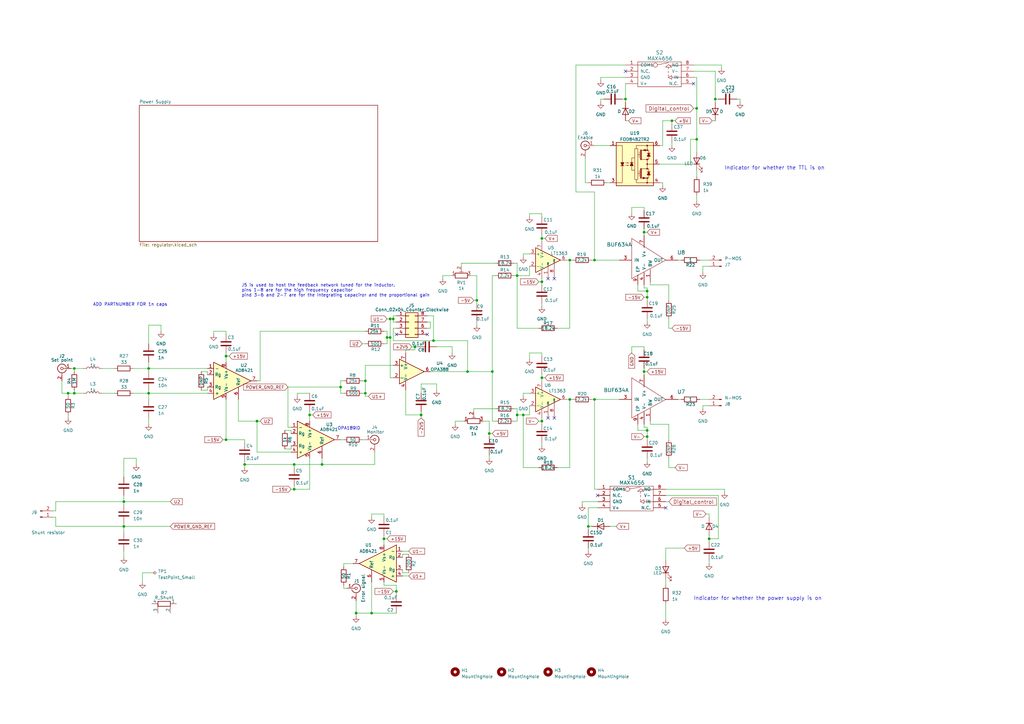
<source format=kicad_sch>
(kicad_sch (version 20230121) (generator eeschema)
  (paper "A3")
  (title_block (title "Schine Lab Circuit Combined") (date "2023-05-05") (rev "1") (comment 1 "By Jaden He"))
  (junction (at 158.75 138.43))
  (junction (at 264.16 152.4))
  (junction (at 161.29 130.81))
  (junction (at 222.25 172.72))
  (junction (at 293.37 40.64))
  (junction (at 212.09 113.03))
  (junction (at 222.25 154.94))
  (junction (at 105.41 172.72))
  (junction (at 243.84 106.68))
  (junction (at 160.02 138.43))
  (junction (at 265.43 119.38))
  (junction (at 152.4 251.46))
  (junction (at 149.86 156.21))
  (junction (at 214.63 170.18))
  (junction (at 265.43 176.53))
  (junction (at 170.18 142.24))
  (junction (at 285.75 44.45))
  (junction (at 157.48 220.98))
  (junction (at 275.59 49.53))
  (junction (at 201.93 152.4))
  (junction (at 191.77 152.4))
  (junction (at 290.83 220.98))
  (junction (at 30.48 161.29))
  (junction (at 92.71 180.34))
  (junction (at 27.94 161.29))
  (junction (at 100.33 190.5))
  (junction (at 162.56 242.57))
  (junction (at 132.08 190.5))
  (junction (at 256.54 40.64))
  (junction (at 92.71 146.05))
  (junction (at 200.66 177.8))
  (junction (at 50.8 205.74))
  (junction (at 241.3 215.9))
  (junction (at 265.43 179.07))
  (junction (at 233.68 106.68))
  (junction (at 172.72 170.18))
  (junction (at 50.8 215.9))
  (junction (at 120.65 190.5))
  (junction (at 177.8 139.7))
  (junction (at 149.86 161.29))
  (junction (at 222.25 115.57))
  (junction (at 233.68 163.83))
  (junction (at 60.96 161.29))
  (junction (at 60.96 151.13))
  (junction (at 195.58 123.19))
  (junction (at 120.65 200.66))
  (junction (at 146.05 251.46))
  (junction (at 265.43 121.92))
  (junction (at 264.16 95.25))
  (junction (at 243.84 163.83))
  (junction (at 160.02 130.81))
  (junction (at 139.7 158.75))
  (junction (at 222.25 97.79))
  (junction (at 285.75 57.15))
  (junction (at 30.48 151.13))
  (junction (at 127 170.18))
  (junction (at 212.09 170.18))
  (no_connect (at 175.26 137.16))
  (no_connect (at 284.48 34.29))
  (no_connect (at 162.56 137.16))
  (no_connect (at 256.54 29.21))
  (no_connect (at 227.33 114.3))
  (no_connect (at 245.11 203.2))
  (no_connect (at 273.05 208.28))
  (no_connect (at 224.79 114.3))
  (no_connect (at 227.33 171.45))
  (no_connect (at 224.79 171.45))
  (wire (pts (xy 161.29 132.08) (xy 162.56 132.08)))
  (wire (pts (xy 140.97 241.3) (xy 142.24 241.3)))
  (wire (pts (xy 140.97 231.14) (xy 144.78 231.14)))
  (wire (pts (xy 172.72 157.48) (xy 179.07 157.48)))
  (wire (pts (xy 158.75 130.81) (xy 160.02 130.81)))
  (wire (pts (xy 265.43 175.26) (xy 265.43 176.53)))
  (wire (pts (xy 264.16 175.26) (xy 265.43 175.26)))
  (wire (pts (xy 85.09 160.02) (xy 82.55 160.02)))
  (wire (pts (xy 165.1 234.95) (xy 165.1 233.68)))
  (wire (pts (xy 241.3 215.9) (xy 241.3 208.28)))
  (wire (pts (xy 152.4 251.46) (xy 162.56 251.46)))
  (wire (pts (xy 289.56 210.82) (xy 290.83 210.82)))
  (wire (pts (xy 233.68 106.68) (xy 233.68 134.62)))
  (wire (pts (xy 161.29 134.62) (xy 161.29 139.7)))
  (wire (pts (xy 265.43 179.07) (xy 265.43 180.34)))
  (wire (pts (xy 243.84 163.83) (xy 243.84 200.66)))
  (wire (pts (xy 27.94 161.29) (xy 25.4 161.29)))
  (wire (pts (xy 290.83 210.82) (xy 290.83 212.09)))
  (wire (pts (xy 60.96 148.59) (xy 60.96 151.13)))
  (wire (pts (xy 222.25 114.3) (xy 222.25 115.57)))
  (wire (pts (xy 275.59 49.53) (xy 275.59 50.8)))
  (wire (pts (xy 243.84 106.68) (xy 254 106.68)))
  (wire (pts (xy 233.68 163.83) (xy 234.95 163.83)))
  (wire (pts (xy 119.38 184.15) (xy 116.84 184.15)))
  (wire (pts (xy 287.02 163.83) (xy 290.83 163.83)))
  (wire (pts (xy 265.43 121.92) (xy 265.43 123.19)))
  (wire (pts (xy 214.63 162.56) (xy 214.63 161.29)))
  (wire (pts (xy 266.7 173.99) (xy 274.32 173.99)))
  (wire (pts (xy 177.8 139.7) (xy 191.77 139.7)))
  (wire (pts (xy 273.05 203.2) (xy 294.64 203.2)))
  (wire (pts (xy 274.32 134.62) (xy 274.32 130.81)))
  (wire (pts (xy 50.8 205.74) (xy 69.85 205.74)))
  (wire (pts (xy 60.96 161.29) (xy 60.96 163.83)))
  (wire (pts (xy 132.08 187.96) (xy 132.08 190.5)))
  (wire (pts (xy 270.51 67.31) (xy 283.21 67.31)))
  (wire (pts (xy 265.43 118.11) (xy 265.43 119.38)))
  (wire (pts (xy 290.83 229.87) (xy 290.83 231.14)))
  (wire (pts (xy 261.62 173.99) (xy 261.62 176.53)))
  (wire (pts (xy 146.05 246.38) (xy 146.05 251.46)))
  (wire (pts (xy 179.07 142.24) (xy 185.42 142.24)))
  (wire (pts (xy 243.84 78.74) (xy 236.22 78.74)))
  (wire (pts (xy 92.71 180.34) (xy 100.33 180.34)))
  (wire (pts (xy 139.7 161.29) (xy 140.97 161.29)))
  (wire (pts (xy 278.13 106.68) (xy 279.4 106.68)))
  (wire (pts (xy 166.37 170.18) (xy 166.37 160.02)))
  (wire (pts (xy 140.97 240.03) (xy 140.97 241.3)))
  (wire (pts (xy 212.09 107.95) (xy 212.09 113.03)))
  (wire (pts (xy 66.04 135.89) (xy 66.04 133.35)))
  (wire (pts (xy 238.76 205.74) (xy 238.76 207.01)))
  (wire (pts (xy 217.17 144.78) (xy 222.25 144.78)))
  (wire (pts (xy 214.63 191.77) (xy 220.98 191.77)))
  (wire (pts (xy 212.09 167.64) (xy 210.82 167.64)))
  (wire (pts (xy 236.22 26.67) (xy 256.54 26.67)))
  (wire (pts (xy 160.02 138.43) (xy 160.02 130.81)))
  (wire (pts (xy 87.63 137.16) (xy 87.63 135.89)))
  (wire (pts (xy 22.86 212.09) (xy 22.86 215.9)))
  (wire (pts (xy 161.29 149.86) (xy 149.86 149.86)))
  (wire (pts (xy 160.02 130.81) (xy 161.29 130.81)))
  (wire (pts (xy 21.59 212.09) (xy 22.86 212.09)))
  (wire (pts (xy 105.41 172.72) (xy 105.41 185.42)))
  (wire (pts (xy 246.38 40.64) (xy 247.65 40.64)))
  (wire (pts (xy 157.48 220.98) (xy 157.48 219.71)))
  (wire (pts (xy 222.25 96.52) (xy 222.25 97.79)))
  (wire (pts (xy 212.09 170.18) (xy 212.09 167.64)))
  (wire (pts (xy 127 168.91) (xy 127 170.18)))
  (wire (pts (xy 293.37 29.21) (xy 293.37 40.64)))
  (wire (pts (xy 191.77 152.4) (xy 201.93 152.4)))
  (wire (pts (xy 127 187.96) (xy 127 200.66)))
  (wire (pts (xy 294.64 203.2) (xy 294.64 220.98)))
  (wire (pts (xy 50.8 215.9) (xy 50.8 218.44)))
  (wire (pts (xy 152.4 210.82) (xy 152.4 212.09)))
  (wire (pts (xy 222.25 87.63) (xy 222.25 88.9)))
  (wire (pts (xy 222.25 154.94) (xy 223.52 154.94)))
  (wire (pts (xy 176.53 132.08) (xy 175.26 132.08)))
  (wire (pts (xy 222.25 97.79) (xy 222.25 99.06)))
  (wire (pts (xy 276.86 49.53) (xy 275.59 49.53)))
  (wire (pts (xy 261.62 176.53) (xy 265.43 176.53)))
  (wire (pts (xy 146.05 251.46) (xy 152.4 251.46)))
  (wire (pts (xy 119.38 177.8) (xy 119.38 176.53)))
  (wire (pts (xy 172.72 171.45) (xy 172.72 170.18)))
  (wire (pts (xy 100.33 189.23) (xy 100.33 190.5)))
  (wire (pts (xy 119.38 176.53) (xy 116.84 176.53)))
  (wire (pts (xy 161.29 139.7) (xy 177.8 139.7)))
  (wire (pts (xy 166.37 144.78) (xy 166.37 143.51)))
  (wire (pts (xy 87.63 135.89) (xy 92.71 135.89)))
  (wire (pts (xy 266.7 116.84) (xy 274.32 116.84)))
  (wire (pts (xy 241.3 215.9) (xy 241.3 217.17)))
  (wire (pts (xy 149.86 156.21) (xy 149.86 161.29)))
  (wire (pts (xy 210.82 107.95) (xy 212.09 107.95)))
  (wire (pts (xy 265.43 119.38) (xy 265.43 121.92)))
  (wire (pts (xy 284.48 29.21) (xy 293.37 29.21)))
  (wire (pts (xy 297.18 200.66) (xy 297.18 201.93)))
  (wire (pts (xy 193.04 113.03) (xy 195.58 113.03)))
  (wire (pts (xy 273.05 224.79) (xy 273.05 229.87)))
  (wire (pts (xy 256.54 49.53) (xy 257.81 49.53)))
  (wire (pts (xy 222.25 153.67) (xy 222.25 154.94)))
  (wire (pts (xy 212.09 134.62) (xy 220.98 134.62)))
  (wire (pts (xy 222.25 124.46) (xy 222.25 125.73)))
  (wire (pts (xy 165.1 234.95) (xy 167.64 234.95)))
  (wire (pts (xy 148.59 161.29) (xy 149.86 161.29)))
  (wire (pts (xy 232.41 106.68) (xy 233.68 106.68)))
  (wire (pts (xy 290.83 109.22) (xy 288.29 109.22)))
  (wire (pts (xy 22.86 215.9) (xy 50.8 215.9)))
  (wire (pts (xy 179.07 157.48) (xy 179.07 160.02)))
  (wire (pts (xy 21.59 209.55) (xy 22.86 209.55)))
  (wire (pts (xy 118.11 158.75) (xy 139.7 158.75)))
  (wire (pts (xy 220.98 172.72) (xy 222.25 172.72)))
  (wire (pts (xy 214.63 104.14) (xy 217.17 104.14)))
  (wire (pts (xy 166.37 143.51) (xy 170.18 143.51)))
  (wire (pts (xy 120.65 191.77) (xy 120.65 190.5)))
  (wire (pts (xy 97.79 172.72) (xy 105.41 172.72)))
  (wire (pts (xy 60.96 133.35) (xy 60.96 140.97)))
  (wire (pts (xy 30.48 151.13) (xy 30.48 152.4)))
  (wire (pts (xy 278.13 163.83) (xy 279.4 163.83)))
  (wire (pts (xy 264.16 116.84) (xy 264.16 118.11)))
  (wire (pts (xy 162.56 134.62) (xy 161.29 134.62)))
  (wire (pts (xy 293.37 40.64) (xy 294.64 40.64)))
  (wire (pts (xy 270.51 59.69) (xy 271.78 59.69)))
  (wire (pts (xy 284.48 44.45) (xy 285.75 44.45)))
  (wire (pts (xy 242.57 106.68) (xy 243.84 106.68)))
  (wire (pts (xy 167.64 227.33) (xy 165.1 227.33)))
  (wire (pts (xy 264.16 85.09) (xy 264.16 86.36)))
  (wire (pts (xy 132.08 190.5) (xy 153.67 190.5)))
  (wire (pts (xy 29.21 151.13) (xy 30.48 151.13)))
  (wire (pts (xy 149.86 162.56) (xy 151.13 162.56)))
  (wire (pts (xy 285.75 31.75) (xy 285.75 44.45)))
  (wire (pts (xy 120.65 199.39) (xy 120.65 200.66)))
  (wire (pts (xy 303.53 40.64) (xy 303.53 41.91)))
  (wire (pts (xy 160.02 138.43) (xy 158.75 138.43)))
  (wire (pts (xy 161.29 130.81) (xy 161.29 129.54)))
  (wire (pts (xy 232.41 163.83) (xy 233.68 163.83)))
  (wire (pts (xy 181.61 113.03) (xy 185.42 113.03)))
  (wire (pts (xy 152.4 210.82) (xy 157.48 210.82)))
  (wire (pts (xy 284.48 26.67) (xy 295.91 26.67)))
  (wire (pts (xy 248.92 74.93) (xy 250.19 74.93)))
  (wire (pts (xy 264.16 142.24) (xy 264.16 143.51)))
  (wire (pts (xy 149.86 161.29) (xy 149.86 162.56)))
  (wire (pts (xy 200.66 186.69) (xy 200.66 187.96)))
  (wire (pts (xy 201.93 152.4) (xy 201.93 113.03)))
  (wire (pts (xy 161.29 129.54) (xy 162.56 129.54)))
  (wire (pts (xy 30.48 151.13) (xy 34.29 151.13)))
  (wire (pts (xy 185.42 142.24) (xy 185.42 144.78)))
  (wire (pts (xy 217.17 166.37) (xy 217.17 170.18)))
  (wire (pts (xy 195.58 124.46) (xy 195.58 123.19)))
  (wire (pts (xy 275.59 134.62) (xy 274.32 134.62)))
  (wire (pts (xy 148.59 140.97) (xy 149.86 140.97)))
  (wire (pts (xy 288.29 109.22) (xy 288.29 111.76)))
  (wire (pts (xy 233.68 163.83) (xy 233.68 191.77)))
  (wire (pts (xy 264.16 121.92) (xy 265.43 121.92)))
  (wire (pts (xy 266.7 172.72) (xy 266.7 173.99)))
  (wire (pts (xy 212.09 113.03) (xy 217.17 113.03)))
  (wire (pts (xy 285.75 57.15) (xy 285.75 62.23)))
  (wire (pts (xy 210.82 172.72) (xy 212.09 172.72)))
  (wire (pts (xy 302.26 40.64) (xy 303.53 40.64)))
  (wire (pts (xy 175.26 134.62) (xy 176.53 134.62)))
  (wire (pts (xy 105.41 172.72) (xy 106.68 172.72)))
  (wire (pts (xy 243.84 106.68) (xy 243.84 78.74)))
  (wire (pts (xy 30.48 161.29) (xy 30.48 160.02)))
  (wire (pts (xy 273.05 247.65) (xy 273.05 254)))
  (wire (pts (xy 27.94 161.29) (xy 27.94 162.56)))
  (wire (pts (xy 22.86 205.74) (xy 50.8 205.74)))
  (wire (pts (xy 217.17 109.22) (xy 217.17 113.03)))
  (wire (pts (xy 161.29 242.57) (xy 162.56 242.57)))
  (wire (pts (xy 85.09 152.4) (xy 82.55 152.4)))
  (wire (pts (xy 271.78 49.53) (xy 275.59 49.53)))
  (wire (pts (xy 214.63 170.18) (xy 217.17 170.18)))
  (wire (pts (xy 118.11 158.75) (xy 118.11 175.26)))
  (wire (pts (xy 255.27 40.64) (xy 256.54 40.64)))
  (wire (pts (xy 214.63 104.14) (xy 214.63 105.373)))
  (wire (pts (xy 139.7 158.75) (xy 139.7 156.21)))
  (wire (pts (xy 146.05 251.46) (xy 146.05 252.73)))
  (wire (pts (xy 270.51 74.93) (xy 271.78 74.93)))
  (wire (pts (xy 241.3 224.79) (xy 241.3 226.06)))
  (wire (pts (xy 264.16 152.4) (xy 264.16 153.67)))
  (wire (pts (xy 264.16 151.13) (xy 264.16 152.4)))
  (wire (pts (xy 162.56 243.84) (xy 162.56 242.57)))
  (wire (pts (xy 119.38 200.66) (xy 120.65 200.66)))
  (wire (pts (xy 203.2 172.72) (xy 201.93 172.72)))
  (wire (pts (xy 271.78 59.69) (xy 271.78 49.53)))
  (wire (pts (xy 265.43 130.81) (xy 265.43 132.08)))
  (wire (pts (xy 266.7 115.57) (xy 266.7 116.84)))
  (wire (pts (xy 265.43 176.53) (xy 265.43 179.07)))
  (wire (pts (xy 106.68 156.21) (xy 106.68 135.89)))
  (wire (pts (xy 170.18 142.24) (xy 168.91 142.24)))
  (wire (pts (xy 100.33 190.5) (xy 120.65 190.5)))
  (wire (pts (xy 66.04 133.35) (xy 60.96 133.35)))
  (wire (pts (xy 285.75 44.45) (xy 285.75 57.15)))
  (wire (pts (xy 92.71 163.83) (xy 92.71 180.34)))
  (wire (pts (xy 201.93 113.03) (xy 203.2 113.03)))
  (wire (pts (xy 256.54 34.29) (xy 256.54 40.64)))
  (wire (pts (xy 275.59 58.42) (xy 275.59 59.69)))
  (wire (pts (xy 195.58 132.08) (xy 195.58 133.35)))
  (wire (pts (xy 50.8 226.06) (xy 50.8 228.6)))
  (wire (pts (xy 264.16 173.99) (xy 264.16 175.26)))
  (wire (pts (xy 261.62 119.38) (xy 265.43 119.38)))
  (wire (pts (xy 233.68 106.68) (xy 234.95 106.68)))
  (wire (pts (xy 228.6 191.77) (xy 233.68 191.77)))
  (wire (pts (xy 195.58 123.19) (xy 194.31 123.19)))
  (wire (pts (xy 148.59 180.34) (xy 149.86 180.34)))
  (wire (pts (xy 287.02 106.68) (xy 290.83 106.68)))
  (wire (pts (xy 222.25 172.72) (xy 222.25 173.99)))
  (wire (pts (xy 58.42 234.95) (xy 58.42 238.76)))
  (wire (pts (xy 194.31 167.64) (xy 203.2 167.64)))
  (wire (pts (xy 165.1 226.06) (xy 167.64 226.06)))
  (wire (pts (xy 241.3 215.9) (xy 242.57 215.9)))
  (wire (pts (xy 212.09 170.18) (xy 214.63 170.18)))
  (wire (pts (xy 30.48 161.29) (xy 27.94 161.29)))
  (wire (pts (xy 250.19 215.9) (xy 252.73 215.9)))
  (wire (pts (xy 256.54 40.64) (xy 256.54 41.91)))
  (wire (pts (xy 175.26 129.54) (xy 177.8 129.54)))
  (wire (pts (xy 157.48 210.82) (xy 157.48 212.09)))
  (wire (pts (xy 290.83 220.98) (xy 290.83 222.25)))
  (wire (pts (xy 105.41 156.21) (xy 106.68 156.21)))
  (wire (pts (xy 127 161.29) (xy 121.92 161.29)))
  (wire (pts (xy 222.25 181.61) (xy 222.25 182.88)))
  (wire (pts (xy 172.72 157.48) (xy 172.72 161.29)))
  (wire (pts (xy 149.86 149.86) (xy 149.86 156.21)))
  (wire (pts (xy 177.8 129.54) (xy 177.8 139.7)))
  (wire (pts (xy 176.53 134.62) (xy 176.53 132.08)))
  (wire (pts (xy 148.59 156.21) (xy 149.86 156.21)))
  (wire (pts (xy 60.96 171.45) (xy 60.96 173.99)))
  (wire (pts (xy 157.48 220.98) (xy 158.75 220.98)))
  (wire (pts (xy 54.61 151.13) (xy 60.96 151.13)))
  (wire (pts (xy 189.23 107.95) (xy 203.2 107.95)))
  (wire (pts (xy 106.68 135.89) (xy 149.86 135.89)))
  (wire (pts (xy 55.88 187.96) (xy 50.8 187.96)))
  (wire (pts (xy 264.16 95.25) (xy 264.16 96.52)))
  (wire (pts (xy 290.83 166.37) (xy 288.29 166.37)))
  (wire (pts (xy 139.7 156.21) (xy 140.97 156.21)))
  (wire (pts (xy 259.08 85.09) (xy 264.16 85.09)))
  (wire (pts (xy 264.16 179.07) (xy 265.43 179.07)))
  (wire (pts (xy 50.8 205.74) (xy 50.8 207.01)))
  (wire (pts (xy 157.48 240.03) (xy 162.56 240.03)))
  (wire (pts (xy 157.48 223.52) (xy 157.48 220.98)))
  (wire (pts (xy 50.8 215.9) (xy 69.85 215.9)))
  (wire (pts (xy 259.08 142.24) (xy 259.08 144.78)))
  (wire (pts (xy 157.48 238.76) (xy 157.48 240.03)))
  (wire (pts (xy 236.22 78.74) (xy 236.22 26.67)))
  (wire (pts (xy 214.63 170.18) (xy 214.63 191.77)))
  (wire (pts (xy 217.17 147.32) (xy 217.17 144.78)))
  (wire (pts (xy 119.38 182.88) (xy 119.38 184.15)))
  (wire (pts (xy 92.71 146.05) (xy 92.71 148.59)))
  (wire (pts (xy 222.25 97.79) (xy 223.52 97.79)))
  (wire (pts (xy 30.48 161.29) (xy 34.29 161.29)))
  (wire (pts (xy 172.72 170.18) (xy 166.37 170.18)))
  (wire (pts (xy 222.25 154.94) (xy 222.25 156.21)))
  (wire (pts (xy 60.96 161.29) (xy 60.96 160.02)))
  (wire (pts (xy 176.53 152.4) (xy 191.77 152.4)))
  (wire (pts (xy 194.31 168.91) (xy 194.31 167.64)))
  (wire (pts (xy 120.65 200.66) (xy 127 200.66)))
  (wire (pts (xy 171.45 142.24) (xy 170.18 142.24)))
  (wire (pts (xy 273.05 224.79) (xy 280.67 224.79)))
  (wire (pts (xy 212.09 113.03) (xy 212.09 134.62)))
  (wire (pts (xy 97.79 163.83) (xy 97.79 172.72)))
  (wire (pts (xy 25.4 161.29) (xy 25.4 156.21)))
  (wire (pts (xy 220.98 115.57) (xy 222.25 115.57)))
  (wire (pts (xy 100.33 190.5) (xy 100.33 191.77)))
  (wire (pts (xy 293.37 41.91) (xy 293.37 40.64)))
  (wire (pts (xy 264.16 93.98) (xy 264.16 95.25)))
  (wire (pts (xy 60.96 151.13) (xy 85.09 151.13)))
  (wire (pts (xy 264.16 118.11) (xy 265.43 118.11)))
  (wire (pts (xy 191.77 139.7) (xy 191.77 152.4)))
  (wire (pts (xy 55.88 190.5) (xy 55.88 187.96)))
  (wire (pts (xy 274.32 173.99) (xy 274.32 180.34)))
  (wire (pts (xy 54.61 161.29) (xy 60.96 161.29)))
  (wire (pts (xy 92.71 144.78) (xy 92.71 146.05)))
  (wire (pts (xy 259.08 142.24) (xy 264.16 142.24)))
  (wire (pts (xy 259.08 85.09) (xy 259.08 87.63)))
  (wire (pts (xy 152.4 251.46) (xy 152.4 238.76)))
  (wire (pts (xy 242.57 163.83) (xy 243.84 163.83)))
  (wire (pts (xy 283.21 57.15) (xy 283.21 67.31)))
  (wire (pts (xy 284.48 31.75) (xy 285.75 31.75)))
  (wire (pts (xy 200.66 172.72) (xy 198.12 172.72)))
  (wire (pts (xy 200.66 177.8) (xy 200.66 179.07)))
  (wire (pts (xy 161.29 154.94) (xy 160.02 154.94)))
  (wire (pts (xy 238.76 205.74) (xy 245.11 205.74)))
  (wire (pts (xy 50.8 187.96) (xy 50.8 195.58)))
  (wire (pts (xy 285.75 57.15) (xy 283.21 57.15)))
  (wire (pts (xy 170.18 142.24) (xy 170.18 143.51)))
  (wire (pts (xy 92.71 146.05) (xy 93.98 146.05)))
  (wire (pts (xy 273.05 205.74) (xy 274.32 205.74)))
  (wire (pts (xy 222.25 144.78) (xy 222.25 146.05)))
  (wire (pts (xy 240.03 74.93) (xy 241.3 74.93)))
  (wire (pts (xy 265.43 152.4) (xy 264.16 152.4)))
  (wire (pts (xy 165.1 236.22) (xy 167.64 236.22)))
  (wire (pts (xy 214.63 161.29) (xy 217.17 161.29)))
  (wire (pts (xy 162.56 242.57) (xy 162.56 240.03)))
  (wire (pts (xy 189.23 109.22) (xy 189.23 107.95)))
  (wire (pts (xy 222.25 115.57) (xy 222.25 116.84)))
  (wire (pts (xy 274.32 116.84) (xy 274.32 123.19)))
  (wire (pts (xy 165.1 227.33) (xy 165.1 228.6)))
  (wire (pts (xy 153.67 185.42) (xy 153.67 190.5)))
  (wire (pts (xy 274.32 191.77) (xy 276.86 191.77)))
  (wire (pts (xy 60.96 151.13) (xy 60.96 152.4)))
  (wire (pts (xy 160.02 138.43) (xy 160.02 154.94)))
  (wire (pts (xy 290.83 220.98) (xy 294.64 220.98)))
  (wire (pts (xy 222.25 171.45) (xy 222.25 172.72)))
  (wire (pts (xy 243.84 59.69) (xy 250.19 59.69)))
  (wire (pts (xy 201.93 152.4) (xy 201.93 172.72)))
  (wire (pts (xy 158.75 135.89) (xy 158.75 138.43)))
  (wire (pts (xy 41.91 151.13) (xy 46.99 151.13)))
  (wire (pts (xy 50.8 215.9) (xy 50.8 214.63)))
  (wire (pts (xy 85.09 161.29) (xy 60.96 161.29)))
  (wire (pts (xy 118.11 175.26) (xy 119.38 175.26)))
  (wire (pts (xy 285.75 80.01) (xy 285.75 82.55)))
  (wire (pts (xy 158.75 138.43) (xy 158.75 140.97)))
  (wire (pts (xy 139.7 161.29) (xy 139.7 158.75)))
  (wire (pts (xy 243.84 200.66) (xy 245.11 200.66)))
  (wire (pts (xy 246.38 40.64) (xy 246.38 41.91)))
  (wire (pts (xy 200.66 172.72) (xy 200.66 177.8)))
  (wire (pts (xy 157.48 135.89) (xy 158.75 135.89)))
  (wire (pts (xy 233.68 134.62) (xy 228.6 134.62)))
  (wire (pts (xy 241.3 208.28) (xy 245.11 208.28)))
  (wire (pts (xy 91.44 180.34) (xy 92.71 180.34)))
  (wire (pts (xy 217.17 87.63) (xy 222.25 87.63)))
  (wire (pts (xy 172.72 170.18) (xy 172.72 168.91)))
  (wire (pts (xy 127 170.18) (xy 128.27 170.18)))
  (wire (pts (xy 85.09 153.67) (xy 85.09 152.4)))
  (wire (pts (xy 92.71 135.89) (xy 92.71 137.16)))
  (wire (pts (xy 22.86 209.55) (xy 22.86 205.74)))
  (wire (pts (xy 121.92 161.29) (xy 121.92 162.56)))
  (wire (pts (xy 274.32 191.77) (xy 274.32 187.96)))
  (wire (pts (xy 246.38 33.02) (xy 246.38 31.75)))
  (wire (pts (xy 288.29 166.37) (xy 288.29 167.64)))
  (wire (pts (xy 210.82 113.03) (xy 212.09 113.03)))
  (wire (pts (xy 292.1 49.53) (xy 293.37 49.53)))
  (wire (pts (xy 190.5 172.72) (xy 186.69 172.72)))
  (wire (pts (xy 186.69 172.72) (xy 186.69 173.99)))
  (wire (pts (xy 195.58 113.03) (xy 195.58 123.19)))
  (wire (pts (xy 161.29 132.08) (xy 161.29 130.81)))
  (wire (pts (xy 273.05 237.49) (xy 273.05 240.03)))
  (wire (pts (xy 27.94 170.18) (xy 27.94 171.45)))
  (wire (pts (xy 139.7 180.34) (xy 140.97 180.34)))
  (wire (pts (xy 243.84 163.83) (xy 254 163.83)))
  (wire (pts (xy 127 170.18) (xy 127 172.72)))
  (wire (pts (xy 212.09 172.72) (xy 212.09 170.18)))
  (wire (pts (xy 265.43 187.96) (xy 265.43 189.23)))
  (wire (pts (xy 85.09 158.75) (xy 85.09 160.02)))
  (wire (pts (xy 63.5 234.95) (xy 58.42 234.95)))
  (wire (pts (xy 181.61 114.3) (xy 181.61 113.03)))
  (wire (pts (xy 100.33 181.61) (xy 100.33 180.34)))
  (wire (pts (xy 200.66 177.8) (xy 201.93 177.8)))
  (wire (pts (xy 271.78 76.2) (xy 271.78 74.93)))
  (wire (pts (xy 295.91 26.67) (xy 295.91 27.94)))
  (wire (pts (xy 158.75 140.97) (xy 157.48 140.97)))
  (wire (pts (xy 261.62 116.84) (xy 261.62 119.38)))
  (wire (pts (xy 119.38 185.42) (xy 105.41 185.42)))
  (wire (pts (xy 240.03 64.77) (xy 240.03 74.93)))
  (wire (pts (xy 285.75 69.85) (xy 285.75 72.39)))
  (wire (pts (xy 50.8 203.2) (xy 50.8 205.74)))
  (wire (pts (xy 217.17 87.63) (xy 217.17 88.9)))
  (wire (pts (xy 41.91 161.29) (xy 46.99 161.29)))
  (wire (pts (xy 120.65 190.5) (xy 132.08 190.5)))
  (wire (pts (xy 273.05 200.66) (xy 297.18 200.66)))
  (wire (pts (xy 140.97 232.41) (xy 140.97 231.14)))
  (wire (pts (xy 290.83 219.71) (xy 290.83 220.98)))
  (wire (pts (xy 264.16 95.25) (xy 265.43 95.25)))
  (wire (pts (xy 246.38 31.75) (xy 256.54 31.75)))
  (text "J5 is used to host the feedback network tuned for the inductor.\npins 1-8 are for the high frequency capacitor\npind 3-6 and 2-7 are for the integrating capaciror and the proportional gain   " (at 99.06 121.92 0) (effects (font (size 1.27 1.27)) (justify left bottom)))
  (text "ADD PARTNUMBER FOR 1n caps" (at 38.1 125.73 0) (effects (font (size 1.27 1.27)) (justify left bottom)))
  (text "Indicator for whether the TTL is on" (at 297.18 69.85 0) (effects (font (size 1.524 1.524)) (justify left bottom)))
  (text "Indicator for whether the power supply is on" (at 284.48 246.38 0) (effects (font (size 1.524 1.524)) (justify left bottom)))
  (text "OPA189ID" (at 138.43 176.53 0) (effects (font (size 1.27 1.27)) (justify left bottom)))
  (global_label "+5V" (shape input) (at 280.67 224.79 0) (property "Intersheetrefs" "${INTERSHEET_REFS}" (effects hide)))
  (global_label "V+" (shape input) (at 223.52 97.79 0) (property "Intersheetrefs" "${INTERSHEET_REFS}" (effects hide)))
  (global_label "-15V" (shape input) (at 220.98 115.57 180) (property "Intersheetrefs" "${INTERSHEET_REFS}" (effects hide)))
  (global_label "-15V" (shape input) (at 161.29 242.57 180) (property "Intersheetrefs" "${INTERSHEET_REFS}" (effects hide)))
  (global_label "Digital_control" (shape input) (at 284.48 44.45 180) (effects (font (size 1.524 1.524))) (property "Intersheetrefs" "${INTERSHEET_REFS}" (effects hide)))
  (global_label "V+" (shape input) (at 257.81 49.53 0) (property "Intersheetrefs" "${INTERSHEET_REFS}" (effects hide)))
  (global_label "V-" (shape input) (at 276.86 191.77 0) (property "Intersheetrefs" "${INTERSHEET_REFS}" (effects hide)))
  (global_label "U1-" (shape input) (at 158.75 130.81 180) (property "Intersheetrefs" "${INTERSHEET_REFS}" (effects hide)))
  (global_label "U2" (shape input) (at 106.68 172.72 0) (property "Intersheetrefs" "${INTERSHEET_REFS}" (effects hide)))
  (global_label "POWER_GND_REF" (shape input) (at 69.85 215.9 0) (property "Intersheetrefs" "${INTERSHEET_REFS}" (effects hide)))
  (global_label "-15V" (shape input) (at 91.44 180.34 180) (property "Intersheetrefs" "${INTERSHEET_REFS}" (effects hide)))
  (global_label "POWER_GND_REF" (shape input) (at 118.11 158.75 180) (property "Intersheetrefs" "${INTERSHEET_REFS}" (effects hide)))
  (global_label "+15V" (shape input) (at 158.75 220.98 0) (property "Intersheetrefs" "${INTERSHEET_REFS}" (effects hide)))
  (global_label "U2" (shape input) (at 69.85 205.74 0) (property "Intersheetrefs" "${INTERSHEET_REFS}" (effects hide)))
  (global_label "V+" (shape input) (at 265.43 95.25 0) (property "Intersheetrefs" "${INTERSHEET_REFS}" (effects hide)))
  (global_label "-5V" (shape input) (at 194.31 123.19 180) (property "Intersheetrefs" "${INTERSHEET_REFS}" (effects hide)))
  (global_label "+5V" (shape input) (at 201.93 177.8 0) (property "Intersheetrefs" "${INTERSHEET_REFS}" (effects hide)))
  (global_label "-15V" (shape input) (at 264.16 121.92 180) (property "Intersheetrefs" "${INTERSHEET_REFS}" (effects hide)))
  (global_label "V+" (shape input) (at 252.73 215.9 0) (property "Intersheetrefs" "${INTERSHEET_REFS}" (effects hide)))
  (global_label "+15V" (shape input) (at 128.27 170.18 0) (property "Intersheetrefs" "${INTERSHEET_REFS}" (effects hide)))
  (global_label "+5V" (shape input) (at 276.86 49.53 0) (property "Intersheetrefs" "${INTERSHEET_REFS}" (effects hide)))
  (global_label "V-" (shape input) (at 220.98 172.72 180) (property "Intersheetrefs" "${INTERSHEET_REFS}" (effects hide)))
  (global_label "U1+" (shape input) (at 167.64 236.22 0) (property "Intersheetrefs" "${INTERSHEET_REFS}" (effects hide)))
  (global_label "+2V5" (shape input) (at 168.91 142.24 180) (property "Intersheetrefs" "${INTERSHEET_REFS}" (effects hide)))
  (global_label "U1+" (shape input) (at 151.13 162.56 0) (property "Intersheetrefs" "${INTERSHEET_REFS}" (effects hide)))
  (global_label "-2V5" (shape input) (at 172.72 171.45 270) (property "Intersheetrefs" "${INTERSHEET_REFS}" (effects hide)))
  (global_label "Digital_control" (shape input) (at 274.32 205.74 0) (effects (font (size 1.524 1.524))) (property "Intersheetrefs" "${INTERSHEET_REFS}" (effects hide)))
  (global_label "U2" (shape input) (at 148.59 140.97 180) (property "Intersheetrefs" "${INTERSHEET_REFS}" (effects hide)))
  (global_label "U1-" (shape input) (at 167.64 226.06 0) (property "Intersheetrefs" "${INTERSHEET_REFS}" (effects hide)))
  (global_label "+15V" (shape input) (at 223.52 154.94 0) (property "Intersheetrefs" "${INTERSHEET_REFS}" (effects hide)))
  (global_label "-15V" (shape input) (at 119.38 200.66 180) (property "Intersheetrefs" "${INTERSHEET_REFS}" (effects hide)))
  (global_label "GND" (shape input) (at 259.08 144.78 270) (property "Intersheetrefs" "${INTERSHEET_REFS}" (effects hide)))
  (global_label "V-" (shape input) (at 264.16 179.07 180) (property "Intersheetrefs" "${INTERSHEET_REFS}" (effects hide)))
  (global_label "-15V" (shape input) (at 275.59 134.62 0) (property "Intersheetrefs" "${INTERSHEET_REFS}" (effects hide)))
  (global_label "+15V" (shape input) (at 265.43 152.4 0) (property "Intersheetrefs" "${INTERSHEET_REFS}" (effects hide)))
  (global_label "V-" (shape input) (at 289.56 210.82 180) (property "Intersheetrefs" "${INTERSHEET_REFS}" (effects hide)))
  (global_label "+15V" (shape input) (at 93.98 146.05 0) (property "Intersheetrefs" "${INTERSHEET_REFS}" (effects hide)))
  (global_label "V-" (shape input) (at 292.1 49.53 180) (property "Intersheetrefs" "${INTERSHEET_REFS}" (effects hide)))
  (symbol (lib_id "front-rescue:MAX4656") (at 270.51 30.48 0) (unit 1)
    (property "Reference" "S2" (at 270.51 21.59 0) (effects (font (size 1.524 1.524))))
    (property "Value" "MAX4656" (at 270.637 24.003 0) (effects (font (size 1.524 1.524))))
    (property "Footprint" "zKiCadFootprints:MAX4656ESA+" (effects hide))
    (property "DIGIKEY PARTNO" "MAX4656ESA+-ND" (effects hide))
    (property "MPN" "MAX4656ESA+" (effects hide))
  )
  (symbol (lib_id "power:GND") (at 288.29 167.64 0) (unit 1)
    (property "Reference" "#PWR017" (effects hide))
    (property "Value" "GND" (at 288.29 172.72 0))
  )
  (symbol (lib_id "rear-rescue:R_POT_TRIM-Device") (at 189.23 113.03 90) (unit 1)
    (property "Reference" "RV1" (at 189.23 115.9256 90))
    (property "Value" "1k" (at 189.23 118.237 90))
    (property "Footprint" "Potentiometer_THT:Potentiometer_Bourns_3296W_Vertical" (effects hide))
    (property "DIGIKEY PARTNO" "3296W-102LF-ND" (effects hide))
    (property "MPN" "3296W-1-102LF" (effects hide))
  )
  (symbol (lib_id "Device:R") (at 207.01 172.72 270) (unit 1)
    (property "Reference" "R16" (at 207.01 170.434 90))
    (property "Value" "2.2k" (at 207.01 172.72 90))
    (property "Footprint" "Resistor_SMD:R_0805_2012Metric" (effects hide))
    (property "DIGIKEY PARTNO" "749-1728-1-ND" (effects hide))
    (property "MPN" "MCU08050C2201FP500" (effects hide))
  )
  (symbol (lib_id "power:GND") (at 222.25 125.73 0) (unit 1)
    (property "Reference" "#PWR027" (effects hide))
    (property "Value" "GND" (at 222.25 130.81 0))
  )
  (symbol (lib_id "Device:C") (at 157.48 215.9 0) (mirror x) (unit 1)
    (property "Reference" "C1" (at 158.115 218.44 0) (effects (justify left)))
    (property "Value" "0.1uF" (at 158.115 213.36 0) (effects (justify left)))
    (property "Footprint" "Capacitor_SMD:C_0603_1608Metric" (effects hide))
    (property "MPN" "GCM188R71H104JA57D" (effects hide))
    (property "DIGIKEY PARTNO" "490-14357-1-ND" (effects hide))
  )
  (symbol (lib_id "Device:R") (at 207.01 113.03 270) (unit 1)
    (property "Reference" "R14" (at 207.01 110.744 90))
    (property "Value" "2.2k" (at 207.01 113.03 90))
    (property "Footprint" "Resistor_SMD:R_0805_2012Metric" (effects hide))
    (property "DIGIKEY PARTNO" "749-1728-1-ND" (effects hide))
    (property "MPN" "MCU08050C2201FP500" (effects hide))
  )
  (symbol (lib_id "Device:L") (at 38.1 151.13 90) (unit 1)
    (property "Reference" "L4" (at 38.1 147.32 90))
    (property "Value" "1k" (at 38.1 149.86 90))
    (property "Footprint" "Inductor_SMD:L_0603_1608Metric" (effects hide))
    (property "DIGIKEY PARTNO" "445-MMZ1608R102ATA00CT-ND" (effects hide))
    (property "MPN" "MMZ1608R102ATA00" (effects hide))
  )
  (symbol (lib_id "power:GND") (at 181.61 114.3 0) (unit 1)
    (property "Reference" "#PWR029" (effects hide))
    (property "Value" "GND" (at 181.61 119.38 0))
  )
  (symbol (lib_id "power:GND") (at 185.42 144.78 0) (unit 1)
    (property "Reference" "#PWR034" (effects hide))
    (property "Value" "GND" (at 185.42 149.86 0))
  )
  (symbol (lib_id "Device:C") (at 50.8 222.25 0) (unit 1)
    (property "Reference" "C30" (at 54.61 221.615 0) (effects (justify left)))
    (property "Value" "1n" (at 54.61 224.155 0) (effects (justify left)))
    (property "Footprint" "Capacitor_SMD:C_0603_1608Metric" (effects hide))
    (property "DIGIKEY PARTNO" "1276-1018-1-ND" (effects hide))
    (property "MPN" "1276-1018-1-ND" (effects hide))
  )
  (symbol (lib_id "rear-rescue:C") (at 172.72 165.1 180) (unit 1)
    (property "Reference" "C7" (at 171.45 161.29 90) (effects (justify left)))
    (property "Value" "0.1uF" (at 173.99 158.75 90) (effects (justify left)))
    (property "Footprint" "Capacitor_SMD:C_0603_1608Metric" (effects hide))
    (property "DIGIKEY PARTNO" "490-14357-1-ND" (effects hide))
    (property "MPN" "GCM188R71H104JA57D" (effects hide))
  )
  (symbol (lib_id "front-rescue:AD8421-linear") (at 154.94 231.14 0) (mirror y) (unit 1)
    (property "Reference" "U1" (at 151.13 223.52 0))
    (property "Value" "AD8421" (at 151.13 226.06 0))
    (property "Footprint" "zKiCadFootprints:AD8421ARZ-R7" (effects hide))
    (property "DIGIKEY PARTNO" "AD8421ARZ-R7CT-ND" (effects hide))
    (property "MPN" "AD8421ARZ-R7" (effects hide))
  )
  (symbol (lib_id "Device:C") (at 60.96 167.64 0) (unit 1)
    (property "Reference" "C27" (at 64.77 167.005 0) (effects (justify left)))
    (property "Value" "1n" (at 64.77 169.545 0) (effects (justify left)))
    (property "Footprint" "Capacitor_SMD:C_0603_1608Metric" (effects hide))
    (property "DIGIKEY PARTNO" "1276-1018-1-ND" (effects hide))
    (property "MPN" "1276-1018-1-ND" (effects hide))
  )
  (symbol (lib_id "Device:R") (at 167.64 231.14 0) (mirror x) (unit 1)
    (property "Reference" "R2" (at 169.672 231.14 90))
    (property "Value" "200" (at 167.64 231.14 90))
    (property "Footprint" "Resistor_SMD:R_0603_1608Metric" (effects hide))
    (property "MPN" "RNCF0603TKY200R" (effects hide))
    (property "DIGIKEY PARTNO" "RNCF0603TKY200RCT-ND" (effects hide))
  )
  (symbol (lib_id "front-rescue:Conn_Coaxial-conn") (at 153.67 180.34 0) (unit 1)
    (property "Reference" "J4" (at 153.67 175.26 0))
    (property "Value" "Monitor" (at 153.9579 177.1744 0))
    (property "Footprint" "zKiCadFootprints:BNC_Amphenol_B6252HB-NPP3G-50_Horizontal_mount_float" (effects hide))
    (property "MPN" "5227161-7" (effects hide))
    (property "DIGIKEY PARTNO" "A32260-ND" (effects hide))
  )
  (symbol (lib_id "front-rescue:AD8421-linear") (at 129.54 180.34 0) (unit 1)
    (property "Reference" "U3" (at 135.0842 174.1429 0))
    (property "Value" "AD8421" (at 134.9644 176.1403 0))
    (property "Footprint" "zKiCadFootprints:AD8421ARZ-R7" (effects hide))
    (property "DIGIKEY PARTNO" "AD8421ARZ-R7CT-ND" (effects hide))
    (property "MPN" "AD8421ARZ-R7" (effects hide))
  )
  (symbol (lib_id "Device:C") (at 298.45 40.64 270) (unit 1)
    (property "Reference" "C23" (at 297.434 35.941 90) (effects (justify left)))
    (property "Value" "0.1uF" (at 295.91 37.465 90) (effects (justify left)))
    (property "Footprint" "Capacitor_SMD:C_0603_1608Metric" (effects hide))
    (property "MPN" "GCM188R71H104JA57D" (effects hide))
    (property "DIGIKEY PARTNO" "490-14357-1-ND" (effects hide))
  )
  (symbol (lib_id "power:GND") (at 295.91 27.94 0) (unit 1)
    (property "Reference" "#PWR026" (effects hide))
    (property "Value" "GND" (at 295.91 33.02 0))
  )
  (symbol (lib_id "power:GND") (at 200.66 187.96 0) (unit 1)
    (property "Reference" "#PWR030" (effects hide))
    (property "Value" "GND" (at 200.66 193.04 0))
  )
  (symbol (lib_id "rear-rescue:R") (at 283.21 106.68 270) (unit 1)
    (property "Reference" "R22" (at 283.21 108.712 90))
    (property "Value" "1" (at 283.21 106.68 90))
    (property "Footprint" "Resistor_SMD:R_0603_1608Metric" (effects hide))
    (property "DIGIKEY PARTNO" "RNCP0603FTD1R00CT-ND" (effects hide))
    (property "MPN" "RNCP0603FTD1R00" (effects hide))
  )
  (symbol (lib_id "power:GND") (at 100.33 191.77 0) (unit 1)
    (property "Reference" "#PWR03" (effects hide))
    (property "Value" "GND" (at 100.33 196.85 0))
  )
  (symbol (lib_id "Device:C") (at 222.25 92.71 0) (unit 1)
    (property "Reference" "C11" (at 224.79 90.17 0))
    (property "Value" "0.1uF" (at 226.06 95.25 0))
    (property "Footprint" "Capacitor_SMD:C_0603_1608Metric" (effects hide))
    (property "DIGIKEY PARTNO" "490-14357-1-ND" (effects hide))
    (property "MPN" "GCM188R71H104JA57D" (effects hide))
  )
  (symbol (lib_id "Device:R") (at 207.01 167.64 270) (unit 1)
    (property "Reference" "R15" (at 207.01 165.1 90))
    (property "Value" "18.2k" (at 207.01 167.64 90))
    (property "Footprint" "Resistor_SMD:R_0805_2012Metric" (effects hide))
    (property "DIGIKEY PARTNO" "2019-RK73H2ATTD1822FCT-ND" (effects hide))
    (property "MPN" "RK73H2ATTD1822F" (effects hide))
  )
  (symbol (lib_id "front-rescue:Conn_Coaxial-conn") (at 25.4 151.13 0) (mirror y) (unit 1)
    (property "Reference" "J2" (at 25.4 146.05 0))
    (property "Value" "Set point" (at 25.4188 147.6651 0))
    (property "Footprint" "zKiCadFootprints:BNC_Amphenol_B6252HB-NPP3G-50_Horizontal_mount_float" (effects hide))
    (property "MPN" "5227161-7" (effects hide))
    (property "DIGIKEY PARTNO" "A32260-ND" (effects hide))
  )
  (symbol (lib_id "Device:C") (at 290.83 226.06 0) (unit 1)
    (property "Reference" "C22" (at 291.465 223.52 0) (effects (justify left)))
    (property "Value" "0.1uF" (at 291.465 228.6 0) (effects (justify left)))
    (property "Footprint" "Capacitor_SMD:C_0603_1608Metric" (effects hide))
    (property "MPN" "GCM188R71H104JA57D" (effects hide))
    (property "DIGIKEY PARTNO" "490-14357-1-ND" (effects hide))
  )
  (symbol (lib_id "Device:C") (at 127 165.1 0) (unit 1)
    (property "Reference" "C6" (at 127.635 162.56 0) (effects (justify left)))
    (property "Value" "0.1uF" (at 127.635 167.64 0) (effects (justify left)))
    (property "Footprint" "Capacitor_SMD:C_0603_1608Metric" (effects hide))
    (property "MPN" "GCM188R71H104JA57D" (effects hide))
    (property "DIGIKEY PARTNO" "490-14357-1-ND" (effects hide))
  )
  (symbol (lib_id "power:GND") (at 285.75 82.55 0) (unit 1)
    (property "Reference" "#PWR021" (effects hide))
    (property "Value" "GND" (at 285.75 87.63 0))
  )
  (symbol (lib_id "Device:C") (at 222.25 177.8 180) (unit 1)
    (property "Reference" "C14" (at 222.758 175.768 0) (effects (justify right)))
    (property "Value" "0.1uF" (at 223.2301 179.955 0) (effects (justify right)))
    (property "Footprint" "Capacitor_SMD:C_0603_1608Metric" (effects hide))
    (property "DIGIKEY PARTNO" "490-14357-1-ND" (effects hide))
    (property "MPN" "GCM188R71H104JA57D" (effects hide))
  )
  (symbol (lib_id "Device:R") (at 50.8 161.29 90) (unit 1)
    (property "Reference" "R28" (at 50.8 156.21 90))
    (property "Value" "33" (at 50.8 158.75 90))
    (property "Footprint" "Resistor_SMD:R_0603_1608Metric" (effects hide))
    (property "DIGIKEY PARTNO" "311-33.0HRCT-ND" (effects hide))
    (property "MPN" "RC0603FR-0733RL" (effects hide))
  )
  (symbol (lib_id "rear-rescue:C") (at 175.26 142.24 270) (unit 1)
    (property "Reference" "C8" (at 171.45 143.51 90) (effects (justify left)))
    (property "Value" "0.1uF" (at 168.91 140.97 90) (effects (justify left)))
    (property "Footprint" "Capacitor_SMD:C_0603_1608Metric" (effects hide))
    (property "DIGIKEY PARTNO" "490-14357-1-ND" (effects hide))
    (property "MPN" "GCM188R71H104JA57D" (effects hide))
  )
  (symbol (lib_id "Device:R") (at 245.11 74.93 90) (unit 1)
    (property "Reference" "R31" (at 245.11 69.85 90))
    (property "Value" "1k" (at 245.11 72.39 90))
    (property "Footprint" "Resistor_SMD:R_0603_1608Metric" (effects hide))
    (property "DIGIKEY PARTNO" "RNCP0603FTD1K00CT-ND" (effects hide))
    (property "MPN" "RNCP0603FTD1K00" (effects hide))
  )
  (symbol (lib_id "Connector_Generic:Conn_02x04_Counter_Clockwise") (at 167.64 132.08 0) (unit 1)
    (property "Reference" "J5" (at 169.9281 125.3256 0) (effects (justify right)))
    (property "Value" "Conn_02x04_Counter_Clockwise" (at 184.15 127 0) (effects (justify right)))
    (property "Footprint" "zKiCadFootprints:SSO-8_7.62x10.1mm_P2.54mm_Clearance8mm" (effects hide))
    (property "DIGIKEY PARTNO" "1212-1032-ND" (effects hide))
    (property "MPN" "114-87-308-41-134161" (effects hide))
  )
  (symbol (lib_id "Device:C") (at 92.71 140.97 0) (unit 1)
    (property "Reference" "C3" (at 93.345 138.43 0) (effects (justify left)))
    (property "Value" "0.1uF" (at 93.4691 143.187 0) (effects (justify left)))
    (property "Footprint" "Capacitor_SMD:C_0603_1608Metric" (effects hide))
    (property "MPN" "GCM188R71H104JA57D" (effects hide))
    (property "DIGIKEY PARTNO" "490-14357-1-ND" (effects hide))
  )
  (symbol (lib_id "Device:R") (at 153.67 140.97 270) (unit 1)
    (property "Reference" "R12" (at 152.146 143.256 90) (effects (justify left)))
    (property "Value" "500" (at 151.892 140.97 90) (effects (justify left)))
    (property "Footprint" "Resistor_SMD:R_2512_6332Metric" (effects hide))
    (property "DIGIKEY PARTNO" "Y1121-500CT-ND" (effects hide))
    (property "MPN" "Y1121500R000T9R" (effects hide))
  )
  (symbol (lib_id "Device:C") (at 162.56 247.65 0) (mirror x) (unit 1)
    (property "Reference" "C2" (at 158.75 250.19 0) (effects (justify left)))
    (property "Value" "0.1uF" (at 157.48 245.11 0) (effects (justify left)))
    (property "Footprint" "Capacitor_SMD:C_0603_1608Metric" (effects hide))
    (property "MPN" "GCM188R71H104JA57D" (effects hide))
    (property "DIGIKEY PARTNO" "490-14357-1-ND" (effects hide))
  )
  (symbol (lib_id "power:GND") (at 297.18 201.93 0) (unit 1)
    (property "Reference" "#PWR013" (effects hide))
    (property "Value" "GND" (at 297.18 207.01 0))
  )
  (symbol (lib_id "power:GND") (at 214.63 162.56 0) (unit 1)
    (property "Reference" "#PWR038" (effects hide))
    (property "Value" "GND" (at 214.63 167.64 0))
  )
  (symbol (lib_id "Device:R") (at 273.05 243.84 0) (unit 1)
    (property "Reference" "R32" (at 275.59 243.205 0) (effects (justify left)))
    (property "Value" "1k" (at 275.59 245.745 0) (effects (justify left)))
    (property "Footprint" "Resistor_SMD:R_0603_1608Metric" (effects hide))
    (property "DIGIKEY PARTNO" "RNCP0603FTD1K00CT-ND" (effects hide))
    (property "MPN" "RNCP0603FTD1K00" (effects hide))
  )
  (symbol (lib_id "Device:LED") (at 285.75 66.04 90) (unit 1)
    (property "Reference" "D6" (at 288.29 64.77 90))
    (property "Value" "LED" (at 282.4478 67.0853 90))
    (property "Footprint" "LED_THT:LED_D5.0mm_Horizontal_O3.81mm_Z3.0mm" (effects hide))
    (property "DIGIKEY PARTNO" "516-2483-1-ND" (effects hide))
    (property "MPN" "HLMP-4700-C0002" (effects hide))
  )
  (symbol (lib_id "power:GND") (at 241.3 226.06 0) (unit 1)
    (property "Reference" "#PWR014" (effects hide))
    (property "Value" "GND" (at 241.3 231.14 0))
  )
  (symbol (lib_id "power:GND") (at 179.07 160.02 0) (unit 1)
    (property "Reference" "#PWR033" (effects hide))
    (property "Value" "GND" (at 179.07 165.1 0))
  )
  (symbol (lib_id "Device:L") (at 38.1 161.29 90) (unit 1)
    (property "Reference" "L3" (at 38.1 157.48 90))
    (property "Value" "1k" (at 38.1 160.02 90))
    (property "Footprint" "Inductor_SMD:L_0603_1608Metric" (effects hide))
    (property "DIGIKEY PARTNO" "445-MMZ1608R102ATA00CT-ND" (effects hide))
    (property "MPN" "MMZ1608R102ATA00" (effects hide))
  )
  (symbol (lib_id "power:GND") (at 222.25 182.88 0) (unit 1)
    (property "Reference" "#PWR032" (effects hide))
    (property "Value" "GND" (at 222.25 187.96 0))
  )
  (symbol (lib_id "Device:R") (at 30.48 156.21 180) (unit 1)
    (property "Reference" "R4" (at 28.448 156.21 90))
    (property "Value" "1M" (at 30.48 156.21 90))
    (property "Footprint" "Resistor_SMD:R_0603_1608Metric" (effects hide))
    (property "MPN" "RT0603BRD071ML" (effects hide))
    (property "DIGIKEY PARTNO" "YAG4498CT-ND" (effects hide))
  )
  (symbol (lib_id "Device:R") (at 116.84 180.34 0) (unit 1)
    (property "Reference" "R6" (at 118.872 180.34 90))
    (property "Value" "1k" (at 116.84 180.34 90))
    (property "Footprint" "Resistor_SMD:R_0805_2012Metric" (effects hide))
    (property "DIGIKEY" "-" (effects hide))
    (property "MPN" "RNCF0805TKY1K00" (effects hide))
    (property "DIGIKEY PARTNO" "RG2012V1.0KPCT-ND" (effects hide))
  )
  (symbol (lib_id "Device:C") (at 222.25 149.86 0) (unit 1)
    (property "Reference" "C13" (at 224.79 147.32 0))
    (property "Value" "0.1uF" (at 225.425 151.765 0))
    (property "Footprint" "Capacitor_SMD:C_0603_1608Metric" (effects hide))
    (property "DIGIKEY PARTNO" "490-14357-1-ND" (effects hide))
    (property "MPN" "GCM188R71H104JA57D" (effects hide))
  )
  (symbol (lib_id "Device:D") (at 290.83 215.9 270) (unit 1)
    (property "Reference" "D4" (at 293.37 215.9 90))
    (property "Value" "D" (at 288.29 215.9 90))
    (property "Footprint" "Diode_SMD:D_MiniMELF" (effects hide))
    (property "MPN" "CLL4150 TR PBFREE" (effects hide))
    (property "DIGIKEY PARTNO" "1514-CLL4150TRPBFREECT-ND" (effects hide))
  )
  (symbol (lib_id "front-rescue:AD8421-linear") (at 95.25 156.21 0) (unit 1)
    (property "Reference" "U2" (at 100.0036 149.8415 0))
    (property "Value" "AD8421" (at 100.2433 151.8987 0))
    (property "Footprint" "zKiCadFootprints:AD8421ARZ-R7" (effects hide))
    (property "DIGIKEY PARTNO" "AD8421ARZ-R7CT-ND" (effects hide))
    (property "MPN" "AD8421ARZ-R7" (effects hide))
  )
  (symbol (lib_id "Device:C") (at 120.65 195.58 0) (unit 1)
    (property "Reference" "C5" (at 121.285 193.04 0) (effects (justify left)))
    (property "Value" "0.1uF" (at 121.285 198.12 0) (effects (justify left)))
    (property "Footprint" "Capacitor_SMD:C_0603_1608Metric" (effects hide))
    (property "MPN" "GCM188R71H104JA57D" (effects hide))
    (property "DIGIKEY PARTNO" "490-14357-1-ND" (effects hide))
  )
  (symbol (lib_id "buf634A:BUF634A") (at 255.27 88.9 0) (unit 1)
    (property "Reference" "U8" (at 279.4 103.5559 0) (effects (font (size 1.524 1.524))))
    (property "Value" "BUF634A" (at 254 100.33 0) (effects (font (size 1.524 1.524))))
    (property "Footprint" "zKiCadFootprints:TI_SO-PowerPAD-8_ThermalVias" (effects hide))
    (property "Datasheet" "https://www.ti.com/lit/ds/symlink/buf634a.pdf" (effects hide))
    (property "DIGIKEY PARTNO" "296-BUF634AIDDARCT-ND" (effects hide))
    (property "MPN" "BUF634AIDDAR" (effects hide))
  )
  (symbol (lib_id "power:GND") (at 87.63 137.16 0) (unit 1)
    (property "Reference" "#PWR05" (effects hide))
    (property "Value" "GND" (at 87.63 142.24 0))
  )
  (symbol (lib_id "Device:C") (at 50.8 210.82 0) (unit 1)
    (property "Reference" "C29" (at 54.61 210.185 0) (effects (justify left)))
    (property "Value" "10n" (at 54.61 212.725 0) (effects (justify left)))
    (property "Footprint" "Capacitor_SMD:C_0603_1608Metric" (effects hide))
    (property "MPN PARTNO" "C1608C0G1H103J080AA" (effects hide))
    (property "DIGIKEY PARTNO" "445-7404-1-ND" (effects hide))
    (property "MPN" "C1608C0G1H103J080AA" (effects hide))
  )
  (symbol (lib_id "Device:C") (at 275.59 54.61 0) (unit 1)
    (property "Reference" "C37" (at 276.225 52.07 0) (effects (justify left)))
    (property "Value" "0.1uF" (at 276.225 57.15 0) (effects (justify left)))
    (property "Footprint" "Capacitor_SMD:C_0603_1608Metric" (effects hide))
    (property "MPN" "GCM188R71H104JA57D" (effects hide))
    (property "DIGIKEY PARTNO" "490-14357-1-ND" (effects hide))
  )
  (symbol (lib_id "Connector:TestPoint_Small") (at 63.5 234.95 0) (unit 1)
    (property "Reference" "TP1" (at 64.77 234.315 0) (effects (justify left)))
    (property "Value" "TestPoint_Small" (at 64.77 236.855 0) (effects (justify left)))
    (property "Footprint" "RF_Shielding:Laird_Technologies_BMI-S-210-F_44.00x30.50mm" (effects hide))
    (property "DIGIKEY PARTNO" "903-1057-1-ND and 903-1020-ND" (effects hide))
    (property "MPN" "BMI-S-210-F and BMI-S-210-C" (effects hide))
  )
  (symbol (lib_id "Device:D") (at 246.38 215.9 0) (unit 1)
    (property "Reference" "D1" (at 246.38 213.36 0))
    (property "Value" "D" (at 246.38 218.44 0))
    (property "Footprint" "Diode_SMD:D_MiniMELF" (effects hide))
    (property "MPN" "CLL4150 TR PBFREE" (effects hide))
    (property "DIGIKEY PARTNO" "1514-CLL4150TRPBFREECT-ND" (effects hide))
  )
  (symbol (lib_id "Device:R") (at 144.78 180.34 270) (unit 1)
    (property "Reference" "R10" (at 144.78 182.372 90))
    (property "Value" "50" (at 144.78 180.34 90))
    (property "Footprint" "Resistor_SMD:R_0603_1608Metric" (effects hide))
    (property "MPN" "FC0603E50R0BTBST1" (effects hide))
    (property "DIGIKEY PARTNO" "764-FC0603E50R0BTBST1CT-ND" (effects hide))
  )
  (symbol (lib_id "Mechanical:MountingHole") (at 242.57 275.59 0) (unit 1)
    (property "Reference" "H4" (at 245.11 274.955 0) (effects (justify left)))
    (property "Value" "MountingHole" (at 245.11 277.495 0) (effects (justify left)))
    (property "Footprint" "MountingHole:MountingHole_4mm" (effects hide))
  )
  (symbol (lib_id "rear-rescue:R") (at 283.21 163.83 270) (unit 1)
    (property "Reference" "R23" (at 283.21 165.862 90))
    (property "Value" "1" (at 283.21 163.83 90))
    (property "Footprint" "Resistor_SMD:R_0603_1608Metric" (effects hide))
    (property "DIGIKEY PARTNO" "RNCP0603FTD1R00CT-ND" (effects hide))
    (property "MPN" "RNCP0603FTD1R00" (effects hide))
  )
  (symbol (lib_id "Device:C") (at 60.96 144.78 0) (unit 1)
    (property "Reference" "C25" (at 64.77 144.145 0) (effects (justify left)))
    (property "Value" "1n" (at 64.77 146.685 0) (effects (justify left)))
    (property "Footprint" "Capacitor_SMD:C_0603_1608Metric" (effects hide))
    (property "DIGIKEY PARTNO" "1276-1018-1-ND" (effects hide))
    (property "MPN" "1276-1018-1-ND" (effects hide))
  )
  (symbol (lib_id "power:GND") (at 246.38 33.02 0) (unit 1)
    (property "Reference" "#PWR025" (effects hide))
    (property "Value" "GND" (at 246.38 38.1 0))
  )
  (symbol (lib_id "Device:R") (at 50.8 151.13 90) (unit 1)
    (property "Reference" "R27" (at 50.8 146.05 90))
    (property "Value" "33" (at 50.8 148.59 90))
    (property "Footprint" "Resistor_SMD:R_0603_1608Metric" (effects hide))
    (property "DIGIKEY PARTNO" "311-33.0HRCT-ND" (effects hide))
    (property "MPN" "RC0603FR-0733RL" (effects hide))
  )
  (symbol (lib_id "power:GND") (at 303.53 41.91 0) (unit 1)
    (property "Reference" "#PWR023" (effects hide))
    (property "Value" "GND" (at 303.53 46.99 0))
  )
  (symbol (lib_id "Mechanical:MountingHole") (at 224.79 275.59 0) (unit 1)
    (property "Reference" "H3" (at 227.33 274.955 0) (effects (justify left)))
    (property "Value" "MountingHole" (at 227.33 277.495 0) (effects (justify left)))
    (property "Footprint" "MountingHole:MountingHole_4mm" (effects hide))
  )
  (symbol (lib_id "Device:R") (at 82.55 156.21 0) (unit 1)
    (property "Reference" "R5" (at 84.582 156.21 90))
    (property "Value" "DNP" (at 82.55 156.21 90))
    (property "Footprint" "Resistor_SMD:R_0805_2012Metric" (effects hide))
  )
  (symbol (lib_id "power:GND") (at 265.43 132.08 0) (unit 1)
    (property "Reference" "#PWR018" (effects hide))
    (property "Value" "GND" (at 265.43 137.16 0))
  )
  (symbol (lib_id "Device:C") (at 265.43 127 0) (unit 1)
    (property "Reference" "C19" (at 267.97 124.46 0))
    (property "Value" "0.1uF" (at 269.24 129.54 0))
    (property "Footprint" "Capacitor_SMD:C_0603_1608Metric" (effects hide))
    (property "DIGIKEY PARTNO" "490-14357-1-ND" (effects hide))
    (property "MPN" "GCM188R71H104JA57D" (effects hide))
  )
  (symbol (lib_id "Device:R") (at 285.75 76.2 180) (unit 1)
    (property "Reference" "R39" (at 288.29 75.565 0) (effects (justify right)))
    (property "Value" "1k" (at 288.29 78.105 0) (effects (justify right)))
    (property "Footprint" "Resistor_SMD:R_0603_1608Metric" (effects hide))
    (property "DIGIKEY PARTNO" "RNCP0603FTD1K00CT-ND" (effects hide))
    (property "MPN" "RNCP0603FTD1K00" (effects hide))
  )
  (symbol (lib_id "Amplifier_Operational:OPA842xD") (at 168.91 152.4 0) (unit 1)
    (property "Reference" "U4" (at 180.34 148.9711 0))
    (property "Value" "OPA388" (at 180.34 151.5111 0))
    (property "Footprint" "zKiCadFootprints:OPA388IDR" (effects hide))
    (property "DIGIKEY PARTNO" "296-45348-1-ND" (effects hide))
    (property "Partno" "MPN" (effects hide))
    (property "MPN" "OPA388IDR" (effects hide))
  )
  (symbol (lib_id "power:GND") (at 50.8 228.6 0) (unit 1)
    (property "Reference" "#PWR08" (effects hide))
    (property "Value" "GND" (at 50.8 233.68 0))
  )
  (symbol (lib_id "power:GND") (at 246.38 41.91 0) (unit 1)
    (property "Reference" "#PWR024" (effects hide))
    (property "Value" "GND" (at 246.38 46.99 0))
  )
  (symbol (lib_id "power:GND") (at 58.42 238.76 0) (unit 1)
    (property "Reference" "#PWR036" (effects hide))
    (property "Value" "GND" (at 58.42 243.84 0))
  )
  (symbol (lib_id "power:GND") (at 146.05 252.73 0) (unit 1)
    (property "Reference" "#PWR09" (effects hide))
    (property "Value" "GND" (at 146.05 257.81 0))
  )
  (symbol (lib_id "Device:D") (at 293.37 45.72 90) (unit 1)
    (property "Reference" "D5" (at 290.83 45.72 90))
    (property "Value" "D" (at 295.91 45.72 90))
    (property "Footprint" "Diode_SMD:D_MiniMELF" (effects hide))
    (property "MPN" "CLL4150 TR PBFREE" (effects hide))
    (property "DIGIKEY PARTNO" "1514-CLL4150TRPBFREECT-ND" (effects hide))
  )
  (symbol (lib_id "rear-rescue:R_Shunt") (at 67.31 247.65 270) (unit 1)
    (property "Reference" "R7" (at 67.31 243.205 90))
    (property "Value" "R_Shunt" (at 67.31 245.11 90))
    (property "DIGIKEY PARTNO" "804-1050-ND" (effects hide))
    (property "MPN" "Y09430R01000F9L" (effects hide))
  )
  (symbol (lib_id "rear-rescue:R") (at 274.32 184.15 0) (unit 1)
    (property "Reference" "R26" (at 276.352 184.15 90))
    (property "Value" "DNP" (at 274.32 184.15 90))
    (property "Footprint" "Resistor_SMD:R_0603_1608Metric" (effects hide))
  )
  (symbol (lib_id "Device:R") (at 144.78 161.29 270) (unit 1)
    (property "Reference" "R9" (at 143.546 159.3754 90) (effects (justify left)))
    (property "Value" "500" (at 143.002 161.29 90) (effects (justify left)))
    (property "Footprint" "Resistor_SMD:R_2512_6332Metric" (effects hide))
    (property "DIGIKEY PARTNO" "Y1121-500CT-ND" (effects hide))
    (property "MPN" "Y1121500R000T9R" (effects hide))
  )
  (symbol (lib_id "Connector:Conn_01x02_Pin") (at 295.91 109.22 180) (unit 1)
    (property "Reference" "J7" (at 297.18 108.585 0) (effects (justify right)))
    (property "Value" "P-MOS" (at 297.18 106.045 0) (effects (justify right)))
    (property "Footprint" "Connector_Molex:Molex_KK-254_AE-6410-02A_1x02_P2.54mm_Vertical" (effects hide))
  )
  (symbol (lib_id "power:GND") (at 186.69 173.99 0) (unit 1)
    (property "Reference" "#PWR031" (effects hide))
    (property "Value" "GND" (at 186.69 179.07 0))
  )
  (symbol (lib_id "power:GND") (at 195.58 133.35 0) (unit 1)
    (property "Reference" "#PWR028" (effects hide))
    (property "Value" "GND" (at 195.58 138.43 0))
  )
  (symbol (lib_id "power:GND") (at 152.4 212.09 0) (unit 1)
    (property "Reference" "#PWR010" (effects hide))
    (property "Value" "GND" (at 152.4 217.17 0))
  )
  (symbol (lib_id "Device:R") (at 224.79 134.62 270) (unit 1)
    (property "Reference" "R17" (at 224.79 132.588 90))
    (property "Value" "18.2k" (at 224.79 134.62 90))
    (property "Footprint" "Resistor_SMD:R_0805_2012Metric" (effects hide))
    (property "DIGIKEY PARTNO" "2019-RK73H2ATTD1822FCT-ND" (effects hide))
    (property "MPN" "RK73H2ATTD1822F" (effects hide))
  )
  (symbol (lib_id "Device:D") (at 256.54 45.72 270) (unit 1)
    (property "Reference" "D2" (at 259.08 45.72 90))
    (property "Value" "D" (at 254 45.72 90))
    (property "Footprint" "Diode_SMD:D_MiniMELF" (effects hide))
    (property "MPN" "CLL4150 TR PBFREE" (effects hide))
    (property "DIGIKEY PARTNO" "1514-CLL4150TRPBFREECT-ND" (effects hide))
  )
  (symbol (lib_id "rear-rescue:R_POT_TRIM-Device") (at 194.31 172.72 90) (unit 1)
    (property "Reference" "RV2" (at 194.31 175.6156 90))
    (property "Value" "1k" (at 194.31 177.927 90))
    (property "Footprint" "Potentiometer_THT:Potentiometer_Bourns_3296W_Vertical" (effects hide))
    (property "DIGIKEY PARTNO" "3296W-102LF-ND" (effects hide))
    (property "MPN" "3296W-1-102LF" (effects hide))
  )
  (symbol (lib_id "front-rescue:MAX4656") (at 259.08 204.47 0) (unit 1)
    (property "Reference" "S1" (at 259.08 195.834 0) (effects (font (size 1.524 1.524))))
    (property "Value" "MAX4656" (at 259.207 197.993 0) (effects (font (size 1.524 1.524))))
    (property "Footprint" "zKiCadFootprints:MAX4656ESA+" (effects hide))
    (property "DIGIKEY PARTNO" "MAX4656ESA+-ND" (effects hide))
    (property "MPN" "MAX4656ESA+" (effects hide))
  )
  (symbol (lib_id "power:GND") (at 290.83 231.14 0) (unit 1)
    (property "Reference" "#PWR012" (effects hide))
    (property "Value" "GND" (at 290.83 236.22 0))
  )
  (symbol (lib_id "Device:LED") (at 273.05 233.68 90) (unit 1)
    (property "Reference" "D3" (at 269.9626 233.1272 90))
    (property "Value" "LED" (at 269.7379 234.9697 90))
    (property "Footprint" "LED_THT:LED_D5.0mm_Horizontal_O3.81mm_Z3.0mm" (effects hide))
    (property "DIGIKEY PARTNO" "516-2483-1-ND" (effects hide))
    (property "MPN" "HLMP-4700-C0002" (effects hide))
  )
  (symbol (lib_id "power:GND") (at 275.59 59.69 0) (unit 1)
    (property "Reference" "#PWR022" (effects hide))
    (property "Value" "GND" (at 275.59 64.77 0))
  )
  (symbol (lib_id "power:GND") (at 217.17 88.9 0) (unit 1)
    (property "Reference" "#PWR040" (effects hide))
    (property "Value" "GND" (at 217.17 93.98 0))
  )
  (symbol (lib_id "Device:C") (at 241.3 220.98 0) (unit 1)
    (property "Reference" "C15" (at 241.935 218.44 0) (effects (justify left)))
    (property "Value" "0.1uF" (at 241.935 223.52 0) (effects (justify left)))
    (property "Footprint" "Capacitor_SMD:C_0603_1608Metric" (effects hide))
    (property "MPN" "GCM188R71H104JA57D" (effects hide))
    (property "DIGIKEY PARTNO" "490-14357-1-ND" (effects hide))
  )
  (symbol (lib_id "Driver_FET:ACPL-W343") (at 260.35 67.31 0) (unit 1)
    (property "Reference" "U19" (at 260.35 54.61 0))
    (property "Value" "FOD8482TR2" (at 260.35 57.15 0))
    (property "Footprint" "Package_SO:SSO-6_6.8x4.6mm_P1.27mm_Clearance8mm" (effects hide))
    (property "Datasheet" "https://www.onsemi.com/pdf/datasheet/fod8480-d.pdf" (effects hide))
    (property "DIGIKEY PARTNO" "488-FOD8482TR2CT-ND" (effects hide))
    (property "MPN" "FOD8482TR2" (effects hide))
  )
  (symbol (lib_id "Device:R") (at 224.79 191.77 270) (unit 1)
    (property "Reference" "R18" (at 224.79 189.738 90))
    (property "Value" "18.2k" (at 224.79 191.77 90))
    (property "Footprint" "Resistor_SMD:R_0805_2012Metric" (effects hide))
    (property "DIGIKEY PARTNO" "2019-RK73H2ATTD1822FCT-ND" (effects hide))
    (property "MPN" "RK73H2ATTD1822F" (effects hide))
  )
  (symbol (lib_id "Connector:Conn_01x02_Pin") (at 16.51 212.09 0) (mirror x) (unit 1)
    (property "Reference" "J9" (at 15.24 210.185 0) (effects (justify right)))
    (property "Value" "Shunt resistor" (at 26.67 218.44 0) (effects (justify right)))
    (property "Footprint" "Connector_Molex:Molex_KK-254_AE-6410-02A_1x02_P2.54mm_Vertical" (effects hide))
  )
  (symbol (lib_id "Device:C") (at 251.46 40.64 90) (unit 1)
    (property "Reference" "C16" (at 252.73 35.56 90) (effects (justify left)))
    (property "Value" "0.1uF" (at 254 37.465 90) (effects (justify left)))
    (property "Footprint" "Capacitor_SMD:C_0603_1608Metric" (effects hide))
    (property "MPN" "GCM188R71H104JA57D" (effects hide))
    (property "DIGIKEY PARTNO" "490-14357-1-ND" (effects hide))
  )
  (symbol (lib_id "power:GND") (at 121.92 162.56 0) (unit 1)
    (property "Reference" "#PWR04" (effects hide))
    (property "Value" "GND" (at 121.92 167.64 0))
  )
  (symbol (lib_id "Device:C") (at 50.8 199.39 0) (unit 1)
    (property "Reference" "C28" (at 54.61 198.755 0) (effects (justify left)))
    (property "Value" "1n" (at 54.61 201.295 0) (effects (justify left)))
    (property "Footprint" "Capacitor_SMD:C_0603_1608Metric" (effects hide))
    (property "DIGIKEY PARTNO" "1276-1018-1-ND" (effects hide))
    (property "MPN" "1276-1018-1-ND" (effects hide))
  )
  (symbol (lib_id "Device:C") (at 195.58 128.27 0) (unit 1)
    (property "Reference" "C9" (at 196.85 125.73 0))
    (property "Value" "0.1uF" (at 198.12 130.81 0))
    (property "Footprint" "Capacitor_SMD:C_0603_1608Metric" (effects hide))
    (property "DIGIKEY PARTNO" "490-14357-1-ND" (effects hide))
    (property "MPN" "GCM188R71H104JA57D" (effects hide))
  )
  (symbol (lib_id "Device:R") (at 238.76 106.68 270) (unit 1)
    (property "Reference" "R19" (at 238.506 104.394 90))
    (property "Value" "2.2k" (at 238.76 106.68 90))
    (property "Footprint" "Resistor_SMD:R_0805_2012Metric" (effects hide))
    (property "DIGIKEY PARTNO" "749-1728-1-ND" (effects hide))
    (property "MPN" "MCU08050C2201FP500" (effects hide))
  )
  (symbol (lib_id "power:GND") (at 66.04 135.89 0) (unit 1)
    (property "Reference" "#PWR06" (effects hide))
    (property "Value" "GND" (at 66.04 140.97 0))
  )
  (symbol (lib_id "power:GND") (at 288.29 111.76 0) (unit 1)
    (property "Reference" "#PWR035" (effects hide))
    (property "Value" "GND" (at 288.29 116.84 0))
  )
  (symbol (lib_id "power:GND") (at 265.43 189.23 0) (unit 1)
    (property "Reference" "#PWR016" (effects hide))
    (property "Value" "GND" (at 265.43 194.31 0))
  )
  (symbol (lib_id "Device:C") (at 264.16 147.32 0) (unit 1)
    (property "Reference" "C18" (at 265.8322 145.0475 0))
    (property "Value" "0.1uF" (at 267.335 149.225 0))
    (property "Footprint" "Capacitor_SMD:C_0603_1608Metric" (effects hide))
    (property "DIGIKEY PARTNO" "490-14357-1-ND" (effects hide))
    (property "MPN" "GCM188R71H104JA57D" (effects hide))
  )
  (symbol (lib_id "Device:C") (at 60.96 156.21 0) (unit 1)
    (property "Reference" "C24" (at 64.77 155.575 0) (effects (justify left)))
    (property "Value" "10n" (at 64.77 158.115 0) (effects (justify left)))
    (property "Footprint" "Capacitor_SMD:C_0603_1608Metric" (effects hide))
    (property "MPN PARTNO" "C1608C0G1H103J080AA" (effects hide))
    (property "DIGIKEY PARTNO" "445-7404-1-ND" (effects hide))
    (property "MPN" "C1608C0G1H103J080AA" (effects hide))
  )
  (symbol (lib_id "Device:C") (at 200.66 182.88 180) (unit 1)
    (property "Reference" "C10" (at 202.3657 180.8363 0))
    (property "Value" "0.1uF" (at 203.7154 185.2535 0))
    (property "Footprint" "Capacitor_SMD:C_0603_1608Metric" (effects hide))
    (property "DIGIKEY PARTNO" "490-14357-1-ND" (effects hide))
    (property "MPN" "GCM188R71H104JA57D" (effects hide))
  )
  (symbol (lib_id "Device:R") (at 153.67 135.89 270) (unit 1)
    (property "Reference" "R11" (at 151.892 133.604 90) (effects (justify left)))
    (property "Value" "25k" (at 151.638 135.89 90) (effects (justify left)))
    (property "Footprint" "Resistor_SMD:R_2512_6332Metric" (effects hide))
    (property "DIGIKEY PARTNO" "804-1122-1-ND" (effects hide))
    (property "MPN" "Y174525K0000T9R" (effects hide))
  )
  (symbol (lib_id "Amplifier_Operational:LT1363") (at 224.79 163.83 0) (unit 1)
    (property "Reference" "U6" (at 223.266 157.988 0) (effects (justify left)))
    (property "Value" "LT1363" (at 225.044 160.274 0) (effects (justify left)))
    (property "Footprint" "zKiCadFootprints:LT1363CS8#TRPBF" (effects hide))
    (property "Datasheet" "http://cds.linear.com/docs/en/datasheet/1363fa.pdf" (effects hide))
    (property "DIGIKEY PARTNO" "505-LT1363CS8#TRPBFCT-ND" (effects hide))
    (property "MPN" "LT1363CS8#TRPBF" (effects hide))
  )
  (symbol (lib_id "power:GND") (at 55.88 190.5 0) (unit 1)
    (property "Reference" "#PWR07" (effects hide))
    (property "Value" "GND" (at 55.88 195.58 0))
  )
  (symbol (lib_id "Device:C") (at 100.33 185.42 0) (unit 1)
    (property "Reference" "C4" (at 100.965 182.88 0) (effects (justify left)))
    (property "Value" "0.1uF" (at 100.965 187.96 0) (effects (justify left)))
    (property "Footprint" "Capacitor_SMD:C_0603_1608Metric" (effects hide))
    (property "MPN" "GCM188R71H104JA57D" (effects hide))
    (property "DIGIKEY PARTNO" "490-14357-1-ND" (effects hide))
  )
  (symbol (lib_id "power:GND") (at 60.96 173.99 0) (unit 1)
    (property "Reference" "#PWR02" (effects hide))
    (property "Value" "GND" (at 60.96 179.07 0))
  )
  (symbol (lib_id "Device:C") (at 222.25 120.65 180) (unit 1)
    (property "Reference" "C12" (at 222.758 118.618 0) (effects (justify right)))
    (property "Value" "0.1uF" (at 223.52 123.19 0) (effects (justify right)))
    (property "Footprint" "Capacitor_SMD:C_0603_1608Metric" (effects hide))
    (property "DIGIKEY PARTNO" "490-14357-1-ND" (effects hide))
    (property "MPN" "GCM188R71H104JA57D" (effects hide))
  )
  (symbol (lib_id "front-rescue:Conn_Coaxial-conn") (at 240.03 59.69 0) (mirror y) (unit 1)
    (property "Reference" "J6" (at 240.03 54.61 0))
    (property "Value" "Enable" (at 240.0543 56.4363 0))
    (property "Footprint" "zKiCadFootprints:BNC_Amphenol_B6252HB-NPP3G-50_Horizontal_mount_float" (effects hide))
    (property "MPN" "5227161-7" (effects hide))
    (property "DIGIKEY PARTNO" "A32260-ND" (effects hide))
  )
  (symbol (lib_id "power:GND") (at 27.94 171.45 0) (unit 1)
    (property "Reference" "#PWR01" (effects hide))
    (property "Value" "GND" (at 27.94 176.53 0))
  )
  (symbol (lib_id "Device:R") (at 238.76 163.83 270) (unit 1)
    (property "Reference" "R20" (at 238.76 161.544 90))
    (property "Value" "2.2k" (at 238.76 163.83 90))
    (property "Footprint" "Resistor_SMD:R_0805_2012Metric" (effects hide))
    (property "DIGIKEY PARTNO" "749-1728-1-ND" (effects hide))
    (property "MPN" "MCU08050C2201FP500" (effects hide))
  )
  (symbol (lib_id "power:GND") (at 259.08 87.63 0) (unit 1)
    (property "Reference" "#PWR019" (effects hide))
    (property "Value" "GND" (at 259.08 92.71 0))
  )
  (symbol (lib_id "Connector:Conn_01x02_Pin") (at 295.91 166.37 180) (unit 1)
    (property "Reference" "J8" (at 297.18 165.735 0) (effects (justify right)))
    (property "Value" "N-MOS" (at 297.18 163.195 0) (effects (justify right)))
    (property "Footprint" "Connector_Molex:Molex_KK-254_AE-6410-02A_1x02_P2.54mm_Vertical" (effects hide))
  )
  (symbol (lib_id "power:GND") (at 271.78 76.2 0) (unit 1)
    (property "Reference" "#PWR020" (effects hide))
    (property "Value" "GND" (at 271.78 81.28 0))
  )
  (symbol (lib_id "Device:R") (at 207.01 107.95 270) (unit 1)
    (property "Reference" "R13" (at 207.01 105.41 90))
    (property "Value" "18.2k" (at 207.01 107.95 90))
    (property "Footprint" "Resistor_SMD:R_0805_2012Metric" (effects hide))
    (property "DIGIKEY PARTNO" "2019-RK73H2ATTD1822FCT-ND" (effects hide))
    (property "MPN" "RK73H2ATTD1822F" (effects hide))
  )
  (symbol (lib_id "Device:R") (at 140.97 236.22 0) (mirror x) (unit 1)
    (property "Reference" "R1" (at 143.002 236.22 90))
    (property "Value" "50" (at 140.97 236.22 90))
    (property "Footprint" "Resistor_SMD:R_0603_1608Metric" (effects hide))
    (property "MPN" "FC0603E50R0BTBST1" (effects hide))
    (property "DIGIKEY PARTNO" "764-FC0603E50R0BTBST1CT-ND" (effects hide))
  )
  (symbol (lib_id "Mechanical:MountingHole") (at 186.69 275.59 0) (unit 1)
    (property "Reference" "H1" (at 189.23 274.955 0) (effects (justify left)))
    (property "Value" "MountingHole" (at 189.23 277.495 0) (effects (justify left)))
    (property "Footprint" "MountingHole:MountingHole_4mm" (effects hide))
  )
  (symbol (lib_id "rear-rescue:R") (at 274.32 127 0) (unit 1)
    (property "Reference" "R25" (at 276.352 127 90))
    (property "Value" "DNP" (at 274.32 127 90))
    (property "Footprint" "Resistor_SMD:R_0603_1608Metric" (effects hide))
  )
  (symbol (lib_id "Device:C") (at 265.43 184.15 0) (unit 1)
    (property "Reference" "C20" (at 267.97 181.61 0))
    (property "Value" "0.1uF" (at 269.24 186.69 0))
    (property "Footprint" "Capacitor_SMD:C_0603_1608Metric" (effects hide))
    (property "DIGIKEY PARTNO" "490-14357-1-ND" (effects hide))
    (property "MPN" "GCM188R71H104JA57D" (effects hide))
  )
  (symbol (lib_id "power:GND") (at 217.17 147.32 0) (unit 1)
    (property "Reference" "#PWR037" (effects hide))
    (property "Value" "GND" (at 217.17 152.4 0))
  )
  (symbol (lib_id "Device:R") (at 27.94 166.37 0) (unit 1)
    (property "Reference" "R3" (at 29.972 166.37 90))
    (property "Value" "50" (at 27.94 166.37 90))
    (property "Footprint" "Resistor_SMD:R_0603_1608Metric" (effects hide))
    (property "MPN" "FC0603E50R0BTBST1" (effects hide))
    (property "DIGIKEY PARTNO" "764-FC0603E50R0BTBST1CT-ND" (effects hide))
  )
  (symbol (lib_id "buf634A:BUF634A") (at 255.27 146.05 0) (unit 1)
    (property "Reference" "U7" (at 279.4 160.7059 0) (effects (font (size 1.524 1.524))))
    (property "Value" "BUF634A" (at 252.73 160.02 0) (effects (font (size 1.524 1.524))))
    (property "Footprint" "zKiCadFootprints:TI_SO-PowerPAD-8_ThermalVias" (effects hide))
    (property "Datasheet" "https://www.ti.com/lit/ds/symlink/buf634a.pdf" (effects hide))
    (property "DIGIKEY PARTNO" "296-BUF634AIDDARCT-ND" (effects hide))
    (property "MPN" "BUF634AIDDAR" (effects hide))
  )
  (symbol (lib_id "power:GND") (at 273.05 254 0) (unit 1)
    (property "Reference" "#PWR011" (effects hide))
    (property "Value" "GND" (at 273.05 259.08 0))
  )
  (symbol (lib_id "Amplifier_Operational:LT1363") (at 224.79 106.68 0) (unit 1)
    (property "Reference" "U5" (at 224.536 101.6 0) (effects (justify left)))
    (property "Value" "LT1363" (at 225.806 103.886 0) (effects (justify left)))
    (property "Footprint" "zKiCadFootprints:LT1363CS8#TRPBF" (effects hide))
    (property "Datasheet" "http://cds.linear.com/docs/en/datasheet/1363fa.pdf" (effects hide))
    (property "DIGIKEY PARTNO" "505-LT1363CS8#TRPBFCT-ND" (effects hide))
    (property "MPN" "LT1363CS8#TRPBF" (effects hide))
  )
  (symbol (lib_id "Device:C") (at 264.16 90.17 0) (unit 1)
    (property "Reference" "C17" (at 266.7 87.63 0))
    (property "Value" "0.1uF" (at 267.97 92.71 0))
    (property "Footprint" "Capacitor_SMD:C_0603_1608Metric" (effects hide))
    (property "DIGIKEY PARTNO" "490-14357-1-ND" (effects hide))
    (property "MPN" "GCM188R71H104JA57D" (effects hide))
  )
  (symbol (lib_id "power:GND") (at 214.63 105.373 0) (unit 1)
    (property "Reference" "#PWR039" (effects hide))
    (property "Value" "GND" (at 214.63 110.453 0))
  )
  (symbol (lib_id "Mechanical:MountingHole") (at 205.74 275.59 0) (unit 1)
    (property "Reference" "H2" (at 208.28 274.955 0) (effects (justify left)))
    (property "Value" "MountingHole" (at 208.28 277.495 0) (effects (justify left)))
    (property "Footprint" "MountingHole:MountingHole_4mm" (effects hide))
  )
  (symbol (lib_id "power:GND") (at 238.76 207.01 0) (unit 1)
    (property "Reference" "#PWR015" (effects hide))
    (property "Value" "GND" (at 238.76 212.09 0))
  )
  (symbol (lib_id "Device:R") (at 144.78 156.21 270) (unit 1)
    (property "Reference" "R8" (at 143.256 153.924 90) (effects (justify left)))
    (property "Value" "25k" (at 143.002 156.21 90) (effects (justify left)))
    (property "Footprint" "Resistor_SMD:R_2512_6332Metric" (effects hide))
    (property "DIGIKEY PARTNO" "804-1122-1-ND" (effects hide))
    (property "MPN" "Y174525K0000T9R" (effects hide))
  )
  (symbol (lib_id "front-rescue:Conn_Coaxial-conn") (at 146.05 241.3 0) (unit 1)
    (property "Reference" "J1" (at 146.304 238.252 0))
    (property "Value" "Error signal" (at 148.971 241.3 90))
    (property "Footprint" "zKiCadFootprints:BNC_Amphenol_B6252HB-NPP3G-50_Horizontal_mount_float" (effects hide))
    (property "MPN" "5227161-7" (effects hide))
    (property "DIGIKEY PARTNO" "A32260-ND" (effects hide))
  )
  (sheet (at 57.15 43.18) (size 97.79 55.88) (stroke (width 0.1524))
    (property "Sheetname" "Power Supply" (at 57.15 42.4684 0) (effects (justify left bottom)))
    (property "Sheetfile" "regulator.kicad_sch" (at 57.15 99.6446 0) (effects (justify left top)))
  )
)
</source>
